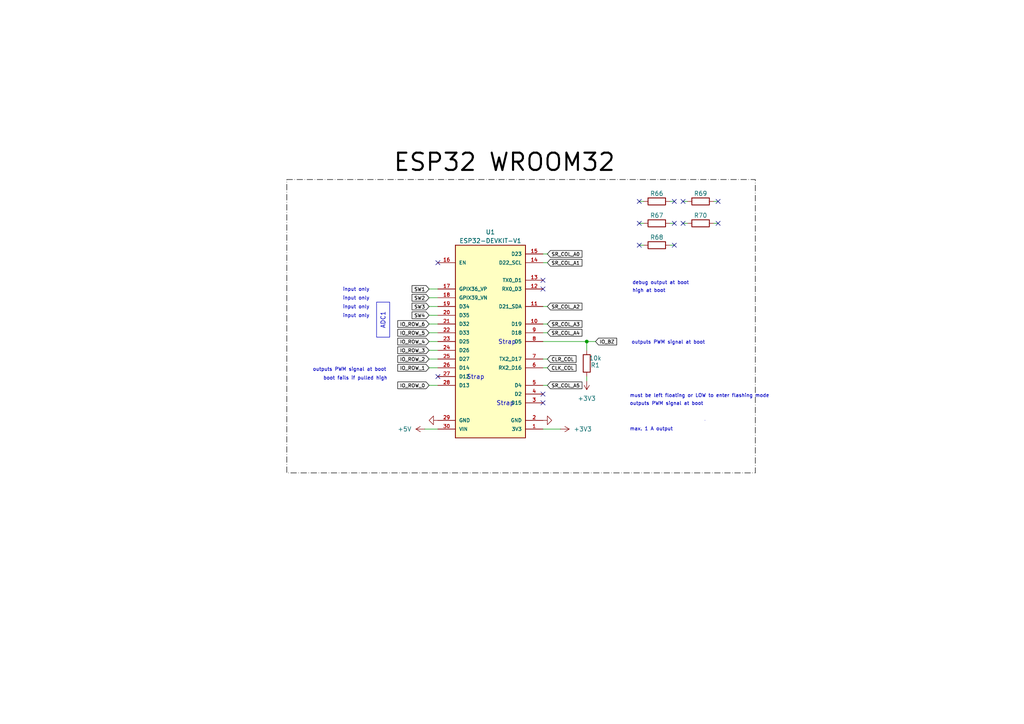
<source format=kicad_sch>
(kicad_sch (version 20231120) (generator "eeschema") (generator_version "8.0")
  (paper "A4")
  (lib_symbols
    (symbol "Device:R" (pin_numbers hide) (pin_names (offset 0))
      (property "Reference" "R" (at 2.032 0 90))
      (property "Value" "R" (at 0 0 90))
      (symbol "R_0_1"
        (rectangle (start -1.016 -2.54) (end 1.016 2.54) (stroke (width 0.254)))
      )
      (symbol "R_1_1"
        (pin passive line (at 0 3.81 270) (length 1.27) (name "~") (number "1"))
        (pin passive line (at 0 -3.81 90) (length 1.27) (name "~") (number "2"))
      )
    )
    (symbol "ESP32-DEVKIT-V1:ESP32-DEVKIT-V1" (pin_names (offset 1.016))
      (property "Reference" "U6" (at 0 31.75 0))
      (property "Value" "ESP32-DEVKIT-V1" (at 0 29.21 0))
      (symbol "ESP32-DEVKIT-V1_0_0"
        (rectangle (start -10.16 27.94) (end 10.16 -27.94) (stroke (width 0.254)) (fill (type background)))
        (pin output line (at 15.24 -25.4 180) (length 5.08) (name "3V3") (number "1"))
        (pin bidirectional line (at 15.24 5.08 180) (length 5.08) (name "D19") (number "10"))
        (pin bidirectional line (at 15.24 10.16 180) (length 5.08) (name "D21_SDA") (number "11"))
        (pin input line (at 15.24 15.24 180) (length 5.08) (name "RX0_D3") (number "12"))
        (pin output line (at 15.24 17.78 180) (length 5.08) (name "TX0_D1") (number "13"))
        (pin bidirectional line (at 15.24 22.86 180) (length 5.08) (name "D22_SCL") (number "14"))
        (pin bidirectional line (at 15.24 25.4 180) (length 5.08) (name "D23") (number "15"))
        (pin input line (at -15.24 22.86 0) (length 5.08) (name "EN") (number "16"))
        (pin bidirectional line (at -15.24 15.24 0) (length 5.08) (name "GPIX36_VP") (number "17"))
        (pin bidirectional line (at -15.24 12.7 0) (length 5.08) (name "GPIX39_VN") (number "18"))
        (pin bidirectional line (at -15.24 10.16 0) (length 5.08) (name "D34") (number "19"))
        (pin power_in line (at 15.24 -22.86 180) (length 5.08) (name "GND") (number "2"))
        (pin bidirectional line (at -15.24 7.62 0) (length 5.08) (name "D35") (number "20"))
        (pin bidirectional line (at -15.24 5.08 0) (length 5.08) (name "D32") (number "21"))
        (pin bidirectional line (at -15.24 2.54 0) (length 5.08) (name "D33") (number "22"))
        (pin bidirectional line (at -15.24 0 0) (length 5.08) (name "D25") (number "23"))
        (pin bidirectional line (at -15.24 -2.54 0) (length 5.08) (name "D26") (number "24"))
        (pin bidirectional line (at -15.24 -5.08 0) (length 5.08) (name "D27") (number "25"))
        (pin bidirectional line (at -15.24 -7.62 0) (length 5.08) (name "D14") (number "26"))
        (pin bidirectional line (at -15.24 -10.16 0) (length 5.08) (name "D12") (number "27"))
        (pin bidirectional line (at -15.24 -12.7 0) (length 5.08) (name "D13") (number "28"))
        (pin power_in line (at -15.24 -22.86 0) (length 5.08) (name "GND") (number "29"))
        (pin bidirectional line (at 15.24 -17.78 180) (length 5.08) (name "D15") (number "3"))
        (pin input line (at -15.24 -25.4 0) (length 5.08) (name "VIN") (number "30"))
        (pin bidirectional line (at 15.24 -15.24 180) (length 5.08) (name "D2") (number "4"))
        (pin bidirectional line (at 15.24 -12.7 180) (length 5.08) (name "D4") (number "5"))
        (pin input line (at 15.24 -7.62 180) (length 5.08) (name "RX2_D16") (number "6"))
        (pin output line (at 15.24 -5.08 180) (length 5.08) (name "TX2_D17") (number "7"))
        (pin bidirectional line (at 15.24 0 180) (length 5.08) (name "D5") (number "8"))
        (pin bidirectional line (at 15.24 2.54 180) (length 5.08) (name "D18") (number "9"))
      )
    )
    (symbol "GND_1" (power) (pin_names (offset 0))
      (property "Value" "GND_1" (at 0 -3.81 0))
      (symbol "GND_1_0_1"
        (polyline (pts (xy 0 0) (xy 0 -1.27) (xy 1.27 -1.27) (xy 0 -2.54) (xy -1.27 -1.27) (xy 0 -1.27)))
      )
      (symbol "GND_1_1_1"
        (pin power_in line (at 0 0 270) (length 0) hide (name "GND") (number "1"))
      )
    )
    (symbol "power:+3V3" (power) (pin_numbers hide) (pin_names (offset 0) hide)
      (property "Value" "+3V3" (at 0 3.556 0))
      (symbol "+3V3_0_1"
        (polyline (pts (xy -0.762 1.27) (xy 0 2.54)))
        (polyline (pts (xy 0 0) (xy 0 2.54)))
        (polyline (pts (xy 0 2.54) (xy 0.762 1.27)))
      )
      (symbol "+3V3_1_1"
        (pin power_in line (at 0 0 90) (length 0) (name "~") (number "1"))
      )
    )
    (symbol "power:+5V" (power) (pin_numbers hide) (pin_names (offset 0) hide)
      (property "Value" "+5V" (at 0 3.556 0))
      (symbol "+5V_0_1"
        (polyline (pts (xy -0.762 1.27) (xy 0 2.54)))
        (polyline (pts (xy 0 0) (xy 0 2.54)))
        (polyline (pts (xy 0 2.54) (xy 0.762 1.27)))
      )
      (symbol "+5V_1_1"
        (pin power_in line (at 0 0 90) (length 0) (name "~") (number "1"))
      )
    )
  )
  (junction (at 170.18 99.06))
  (no_connect (at 185.42 64.77))
  (no_connect (at 157.48 83.82))
  (no_connect (at 157.48 114.3))
  (no_connect (at 198.12 64.77))
  (no_connect (at 208.28 58.42))
  (no_connect (at 185.42 71.12))
  (no_connect (at 127 109.22))
  (no_connect (at 127 76.2))
  (no_connect (at 195.58 64.77))
  (no_connect (at 195.58 58.42))
  (no_connect (at 157.48 116.84))
  (no_connect (at 195.58 71.12))
  (no_connect (at 198.12 58.42))
  (no_connect (at 157.48 81.28))
  (no_connect (at 208.28 64.77))
  (no_connect (at 185.42 58.42))
  (wire (pts (xy 124.46 91.44) (xy 127 91.44)))
  (wire (pts (xy 157.48 99.06) (xy 170.18 99.06)))
  (wire (pts (xy 124.46 101.6) (xy 127 101.6)))
  (wire (pts (xy 198.12 64.77) (xy 199.39 64.77)))
  (wire (pts (xy 124.46 106.68) (xy 127 106.68)))
  (wire (pts (xy 124.46 83.82) (xy 127 83.82)))
  (wire (pts (xy 123.19 124.46) (xy 127 124.46)))
  (wire (pts (xy 185.42 71.12) (xy 186.69 71.12)))
  (wire (pts (xy 158.75 104.14) (xy 157.48 104.14)))
  (wire (pts (xy 195.58 64.77) (xy 194.31 64.77)))
  (wire (pts (xy 158.75 106.68) (xy 157.48 106.68)))
  (wire (pts (xy 170.18 101.6) (xy 170.18 99.06)))
  (wire (pts (xy 208.28 64.77) (xy 207.01 64.77)))
  (wire (pts (xy 162.56 124.46) (xy 157.48 124.46)))
  (wire (pts (xy 124.46 93.98) (xy 127 93.98)))
  (wire (pts (xy 124.46 99.06) (xy 127 99.06)))
  (wire (pts (xy 208.28 58.42) (xy 207.01 58.42)))
  (wire (pts (xy 124.46 104.14) (xy 127 104.14)))
  (wire (pts (xy 158.75 73.66) (xy 157.48 73.66)))
  (wire (pts (xy 195.58 58.42) (xy 194.31 58.42)))
  (wire (pts (xy 124.46 88.9) (xy 127 88.9)))
  (wire (pts (xy 158.75 88.9) (xy 157.48 88.9)))
  (wire (pts (xy 124.46 96.52) (xy 127 96.52)))
  (wire (pts (xy 157.48 93.98) (xy 158.75 93.98)))
  (wire (pts (xy 185.42 64.77) (xy 186.69 64.77)))
  (wire (pts (xy 158.75 76.2) (xy 157.48 76.2)))
  (wire (pts (xy 195.58 71.12) (xy 194.31 71.12)))
  (wire (pts (xy 172.72 99.06) (xy 170.18 99.06)))
  (wire (pts (xy 170.18 109.22) (xy 170.18 110.49)))
  (wire (pts (xy 124.46 111.76) (xy 127 111.76)))
  (wire (pts (xy 185.42 58.42) (xy 186.69 58.42)))
  (wire (pts (xy 158.75 96.52) (xy 157.48 96.52)))
  (wire (pts (xy 158.75 111.76) (xy 157.48 111.76)))
  (wire (pts (xy 124.46 86.36) (xy 127 86.36)))
  (wire (pts (xy 198.12 58.42) (xy 199.39 58.42)))
  (rectangle (start 83.185 52.07) (end 219.075 137.16) (stroke (width 0) (type dash_dot) (color 0 0 0 1)))
  (text_box "input only" (at 83.82 90.17 0) (size 24.13 2.54) (stroke (width -0.0001)) (effects (font (size 1 1)) (justify right)))
  (text_box "input only" (at 83.82 85.09 0) (size 24.13 2.54) (stroke (width -0.0001)) (effects (font (size 1 1)) (justify right)))
  (text_box "input only" (at 83.82 87.63 0) (size 24.13 2.54) (stroke (width -0.0001)) (effects (font (size 1 1)) (justify right)))
  (text_box "input only" (at 83.82 82.55 0) (size 24.13 2.54) (stroke (width -0.0001)) (effects (font (size 1 1)) (justify right)))
  (text_box "ADC1" (at 109.22 87.63 90) (size 3.81 10.16) (effects (font (size 1.27 1.27))))
  (text_box "" (at 204.47 121.92 0) (size 0 0) (effects (font (size 1.27 1.27)) (justify left)))
  (text "Strap" (at 137.922 109.474 0) (effects (font (size 1.27 1.27))))
  (text "Strap" (at 146.558 117.094 0) (effects (font (size 1.27 1.27))))
  (text "boot fails if pulled high" (at 93.726 109.22 0) (effects (font (size 1 1)) (justify left top)))
  (text "outputs PWM signal at boot" (at 183.134 98.806 0) (effects (font (size 1 1)) (justify left top)))
  (text "outputs PWM signal at boot" (at 182.626 116.586 0) (effects (font (size 1 1)) (justify left top)))
  (text "high at boot" (at 183.388 83.82 0) (effects (font (size 1 1)) (justify left top)))
  (text "Strap" (at 147.066 99.314 0) (effects (font (size 1.27 1.27))))
  (text "outputs PWM signal at boot" (at 90.678 106.68 0) (effects (font (size 1 1)) (justify left top)))
  (text "ESP32 WROOM32" (at 146.304 47.244 0) (effects (font (size 5 5) (thickness 0.6) (bold yes))))
  (text "max. 1 A output" (at 182.626 123.952 0) (effects (font (size 1 1)) (justify left top)))
  (text "debug output at boot" (at 183.388 81.534 0) (effects (font (size 1 1)) (justify left top)))
  (text "must be left floating or LOW to enter flashing mode" (at 182.626 114.3 0) (effects (font (size 1 1)) (justify left top)))
  (global_label "IO_ROW_2" (shape input) (at 124.46 104.14 180) (effects (font (size 1 1))) (property "Intersheetrefs" "${INTERSHEET_REFS}" (effects (hide yes))))
  (global_label "SR_COL_A1" (shape input) (at 158.75 76.2 0) (effects (font (size 1 1))) (property "Intersheetrefs" "${INTERSHEET_REFS}" (effects (hide yes))))
  (global_label "SR_COL_A0" (shape input) (at 158.75 73.66 0) (effects (font (size 1 1))) (property "Intersheetrefs" "${INTERSHEET_REFS}" (effects (hide yes))))
  (global_label "CLR_COL" (shape input) (at 158.75 104.14 0) (effects (font (size 1 1))) (property "Intersheetrefs" "${INTERSHEET_REFS}" (effects (hide yes))))
  (global_label "SR_COL_A4" (shape input) (at 158.75 96.52 0) (effects (font (size 1 1))) (property "Intersheetrefs" "${INTERSHEET_REFS}" (effects (hide yes))))
  (global_label "IO_ROW_3" (shape input) (at 124.46 101.6 180) (effects (font (size 1 1))) (property "Intersheetrefs" "${INTERSHEET_REFS}" (effects (hide yes))))
  (global_label "SR_COL_A5" (shape input) (at 158.75 111.76 0) (effects (font (size 1 1))) (property "Intersheetrefs" "${INTERSHEET_REFS}" (effects (hide yes))))
  (global_label "SW1" (shape input) (at 124.46 83.82 180) (effects (font (size 1 1))) (property "Intersheetrefs" "${INTERSHEET_REFS}" (effects (hide yes))))
  (global_label "IO_ROW_6" (shape input) (at 124.46 93.98 180) (effects (font (size 1 1))) (property "Intersheetrefs" "${INTERSHEET_REFS}" (effects (hide yes))))
  (global_label "SW3" (shape input) (at 124.46 88.9 180) (effects (font (size 1 1))) (property "Intersheetrefs" "${INTERSHEET_REFS}" (effects (hide yes))))
  (global_label "CLK_COL" (shape input) (at 158.75 106.68 0) (effects (font (size 1 1))) (property "Intersheetrefs" "${INTERSHEET_REFS}" (effects (hide yes))))
  (global_label "IO_ROW_1" (shape input) (at 124.46 106.68 180) (effects (font (size 1 1))) (property "Intersheetrefs" "${INTERSHEET_REFS}" (effects (hide yes))))
  (global_label "SR_COL_A3" (shape input) (at 158.75 93.98 0) (effects (font (size 1 1))) (property "Intersheetrefs" "${INTERSHEET_REFS}" (effects (hide yes))))
  (global_label "IO_ROW_0" (shape input) (at 124.46 111.76 180) (effects (font (size 1 1))) (property "Intersheetrefs" "${INTERSHEET_REFS}" (effects (hide yes))))
  (global_label "SW4" (shape input) (at 124.46 91.44 180) (effects (font (size 1 1))) (property "Intersheetrefs" "${INTERSHEET_REFS}" (effects (hide yes))))
  (global_label "SW2" (shape input) (at 124.46 86.36 180) (effects (font (size 1 1))) (property "Intersheetrefs" "${INTERSHEET_REFS}" (effects (hide yes))))
  (global_label "SR_COL_A2" (shape input) (at 158.75 88.9 0) (effects (font (size 1 1))) (property "Intersheetrefs" "${INTERSHEET_REFS}" (effects (hide yes))))
  (global_label "IO_ROW_4" (shape input) (at 124.46 99.06 180) (effects (font (size 1 1))) (property "Intersheetrefs" "${INTERSHEET_REFS}" (effects (hide yes))))
  (global_label "IO_BZ" (shape input) (at 172.72 99.06 0) (effects (font (size 1 1))) (property "Intersheetrefs" "${INTERSHEET_REFS}" (effects (hide yes))))
  (global_label "IO_ROW_5" (shape input) (at 124.46 96.52 180) (effects (font (size 1 1))) (property "Intersheetrefs" "${INTERSHEET_REFS}" (effects (hide yes))))
  (symbol (lib_id "Device:R") (at 190.5 71.12 90) (unit 1)
    (property "Reference" "R68" (at 190.5 68.834 90))
    (property "Value" "R" (effects (hide yes)))
    (property "Footprint" "SchrackThingyV2_library:jojo" (effects (hide yes)))
    (property "Description" "Resistor" (effects (hide yes)))
  )
  (symbol (lib_id "Device:R") (at 170.18 105.41 180) (unit 1)
    (property "Reference" "R1" (at 173.99 105.918 0) (effects (justify left)))
    (property "Value" "10k" (at 174.498 103.886 0) (effects (justify left)))
    (property "Footprint" "Resistor_SMD:R_0805_2012Metric_Pad1.20x1.40mm_HandSolder" (effects (hide yes)))
    (property "Description" "Resistor" (effects (hide yes)))
  )
  (symbol (lib_id "power:+3V3") (at 162.56 124.46 270) (unit 1)
    (property "Reference" "#PWR083" (effects (hide yes)))
    (property "Value" "+3V3" (at 166.37 124.4599 90) (effects (justify left)))
    (property "Description" "Power symbol creates a global label with name \"+3V3\"" (effects (hide yes)))
  )
  (symbol (lib_id "Device:R") (at 203.2 58.42 90) (unit 1)
    (property "Reference" "R69" (at 203.2 56.134 90))
    (property "Value" "R" (effects (hide yes)))
    (property "Footprint" "SchrackThingyV2_library:jojo" (effects (hide yes)))
    (property "Description" "Resistor" (effects (hide yes)))
  )
  (symbol (lib_id "Device:R") (at 190.5 58.42 90) (unit 1)
    (property "Reference" "R66" (at 190.5 56.134 90))
    (property "Value" "R" (effects (hide yes)))
    (property "Footprint" "SchrackThingyV2_library:bolt" (effects (hide yes)))
    (property "Description" "Resistor" (effects (hide yes)))
  )
  (symbol (lib_id "Device:R") (at 190.5 64.77 90) (unit 1)
    (property "Reference" "R67" (at 190.5 62.484 90))
    (property "Value" "R" (effects (hide yes)))
    (property "Footprint" "SchrackThingyV2_library:bolty_sticker" (effects (hide yes)))
    (property "Description" "Resistor" (effects (hide yes)))
  )
  (symbol (lib_id "power:+5V") (at 123.19 124.46 90) (unit 1)
    (property "Reference" "#PWR01" (effects (hide yes)))
    (property "Value" "+5V" (at 119.38 124.4599 90) (effects (justify left)))
    (property "Description" "Power symbol creates a global label with name \"+5V\"" (effects (hide yes)))
  )
  (symbol (lib_id "power:+3V3") (at 170.18 110.49 180) (unit 1)
    (property "Reference" "#PWR04" (effects (hide yes)))
    (property "Value" "+3V3" (at 170.18 115.57 0))
    (property "Description" "Power symbol creates a global label with name \"+3V3\"" (effects (hide yes)))
  )
  (symbol (lib_id "Device:R") (at 203.2 64.77 90) (unit 1)
    (property "Reference" "R70" (at 203.2 62.484 90))
    (property "Value" "R" (effects (hide yes)))
    (property "Footprint" "SchrackThingyV2_library:doom_sigil" (effects (hide yes)))
    (property "Description" "Resistor" (effects (hide yes)))
  )
  (symbol (lib_name "GND_1") (lib_id "power:GND") (at 157.48 121.92 90) (unit 1)
    (property "Reference" "#PWR03" (effects (hide yes)))
    (property "Value" "GND" (effects (hide yes)))
  )
  (symbol (lib_name "GND_1") (lib_id "power:GND") (at 127 121.92 270) (unit 1)
    (property "Reference" "#PWR02" (effects (hide yes)))
    (property "Value" "GND" (effects (hide yes)))
  )
  (symbol (lib_id "ESP32-DEVKIT-V1:ESP32-DEVKIT-V1") (at 142.24 99.06 0) (unit 1)
    (property "Reference" "U1" (at 142.24 67.31 0))
    (property "Value" "ESP32-DEVKIT-V1" (at 142.24 69.85 0))
    (property "Footprint" "SchrackThingyV2_library:MODULE_ESP32_DEVKIT_V1-NoPads-NoCopper" (effects (hide yes)))
    (property "PARTREV" "N/A" (effects (hide yes)))
    (property "MANUFACTURER" "DOIT" (effects (hide yes)))
    (property "MAXIMUM_PACKAGE_HEIGHT" "6.8 mm" (effects (hide yes)))
    (property "STANDARD" "Manufacturer Recommendations" (effects (hide yes)))
  )
)
</source>
